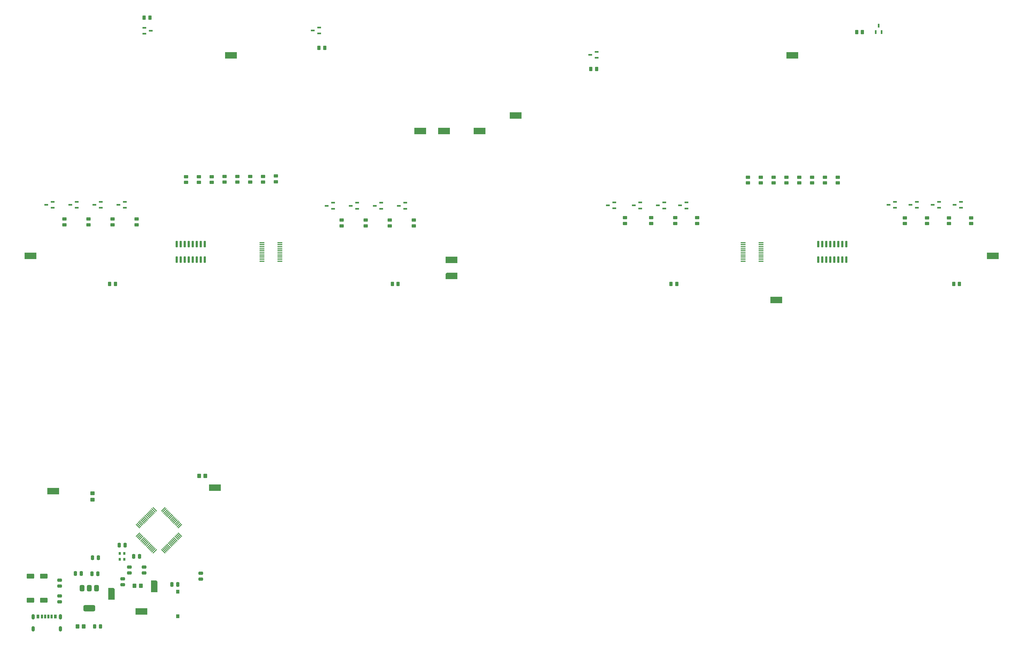
<source format=gbr>
%TF.GenerationSoftware,KiCad,Pcbnew,8.0.8-8.0.8-0~ubuntu24.04.1*%
%TF.CreationDate,2025-08-07T23:42:04-04:00*%
%TF.ProjectId,stencil,7374656e-6369-46c2-9e6b-696361645f70,rev?*%
%TF.SameCoordinates,Original*%
%TF.FileFunction,Paste,Top*%
%TF.FilePolarity,Positive*%
%FSLAX46Y46*%
G04 Gerber Fmt 4.6, Leading zero omitted, Abs format (unit mm)*
G04 Created by KiCad (PCBNEW 8.0.8-8.0.8-0~ubuntu24.04.1) date 2025-08-07 23:42:04*
%MOMM*%
%LPD*%
G01*
G04 APERTURE LIST*
G04 Aperture macros list*
%AMRoundRect*
0 Rectangle with rounded corners*
0 $1 Rounding radius*
0 $2 $3 $4 $5 $6 $7 $8 $9 X,Y pos of 4 corners*
0 Add a 4 corners polygon primitive as box body*
4,1,4,$2,$3,$4,$5,$6,$7,$8,$9,$2,$3,0*
0 Add four circle primitives for the rounded corners*
1,1,$1+$1,$2,$3*
1,1,$1+$1,$4,$5*
1,1,$1+$1,$6,$7*
1,1,$1+$1,$8,$9*
0 Add four rect primitives between the rounded corners*
20,1,$1+$1,$2,$3,$4,$5,0*
20,1,$1+$1,$4,$5,$6,$7,0*
20,1,$1+$1,$6,$7,$8,$9,0*
20,1,$1+$1,$8,$9,$2,$3,0*%
%AMRotRect*
0 Rectangle, with rotation*
0 The origin of the aperture is its center*
0 $1 length*
0 $2 width*
0 $3 Rotation angle, in degrees counterclockwise*
0 Add horizontal line*
21,1,$1,$2,0,0,$3*%
%AMOutline5P*
0 Free polygon, 5 corners , with rotation*
0 The origin of the aperture is its center*
0 number of corners: always 5*
0 $1 to $10 corner X, Y*
0 $11 Rotation angle, in degrees counterclockwise*
0 create outline with 5 corners*
4,1,5,$1,$2,$3,$4,$5,$6,$7,$8,$9,$10,$1,$2,$11*%
%AMOutline6P*
0 Free polygon, 6 corners , with rotation*
0 The origin of the aperture is its center*
0 number of corners: always 6*
0 $1 to $12 corner X, Y*
0 $13 Rotation angle, in degrees counterclockwise*
0 create outline with 6 corners*
4,1,6,$1,$2,$3,$4,$5,$6,$7,$8,$9,$10,$11,$12,$1,$2,$13*%
%AMOutline7P*
0 Free polygon, 7 corners , with rotation*
0 The origin of the aperture is its center*
0 number of corners: always 7*
0 $1 to $14 corner X, Y*
0 $15 Rotation angle, in degrees counterclockwise*
0 create outline with 7 corners*
4,1,7,$1,$2,$3,$4,$5,$6,$7,$8,$9,$10,$11,$12,$13,$14,$1,$2,$15*%
%AMOutline8P*
0 Free polygon, 8 corners , with rotation*
0 The origin of the aperture is its center*
0 number of corners: always 8*
0 $1 to $16 corner X, Y*
0 $17 Rotation angle, in degrees counterclockwise*
0 create outline with 8 corners*
4,1,8,$1,$2,$3,$4,$5,$6,$7,$8,$9,$10,$11,$12,$13,$14,$15,$16,$1,$2,$17*%
G04 Aperture macros list end*
%ADD10RoundRect,0.250000X0.250000X0.475000X-0.250000X0.475000X-0.250000X-0.475000X0.250000X-0.475000X0*%
%ADD11O,1.092200X1.701800*%
%ADD12R,0.711200X1.193800*%
%ADD13R,0.762000X1.193800*%
%ADD14R,0.812800X1.193800*%
%ADD15RoundRect,0.250000X0.475000X-0.250000X0.475000X0.250000X-0.475000X0.250000X-0.475000X-0.250000X0*%
%ADD16Outline5P,-1.900000X0.600000X-1.500000X1.000000X1.900000X1.000000X1.900000X-1.000000X-1.900000X-1.000000X270.000000*%
%ADD17R,0.800000X0.900000*%
%ADD18R,3.800000X2.000000*%
%ADD19RoundRect,0.243750X-0.243750X-0.456250X0.243750X-0.456250X0.243750X0.456250X-0.243750X0.456250X0*%
%ADD20RoundRect,0.375000X-0.375000X0.625000X-0.375000X-0.625000X0.375000X-0.625000X0.375000X0.625000X0*%
%ADD21RoundRect,0.500000X-1.400000X0.500000X-1.400000X-0.500000X1.400000X-0.500000X1.400000X0.500000X0*%
%ADD22RoundRect,0.193750X0.971250X0.581250X-0.971250X0.581250X-0.971250X-0.581250X0.971250X-0.581250X0*%
%ADD23RotRect,0.279400X1.778000X135.000000*%
%ADD24RotRect,0.279400X1.778000X45.000000*%
%ADD25RoundRect,0.250000X-0.450000X0.350000X-0.450000X-0.350000X0.450000X-0.350000X0.450000X0.350000X0*%
%ADD26RoundRect,0.250000X-0.250000X-0.475000X0.250000X-0.475000X0.250000X0.475000X-0.250000X0.475000X0*%
%ADD27RoundRect,0.250000X-0.475000X0.250000X-0.475000X-0.250000X0.475000X-0.250000X0.475000X0.250000X0*%
%ADD28R,1.000000X1.250000*%
%ADD29RoundRect,0.250000X-0.350000X-0.450000X0.350000X-0.450000X0.350000X0.450000X-0.350000X0.450000X0*%
%ADD30RoundRect,0.250000X0.350000X0.450000X-0.350000X0.450000X-0.350000X-0.450000X0.350000X-0.450000X0*%
%ADD31RoundRect,0.250000X-0.450000X0.262500X-0.450000X-0.262500X0.450000X-0.262500X0.450000X0.262500X0*%
%ADD32R,1.168400X0.533400*%
%ADD33RoundRect,0.250000X0.450000X-0.262500X0.450000X0.262500X-0.450000X0.262500X-0.450000X-0.262500X0*%
%ADD34RoundRect,0.250000X-0.262500X-0.450000X0.262500X-0.450000X0.262500X0.450000X-0.262500X0.450000X0*%
%ADD35Outline5P,-1.900000X0.600000X-1.500000X1.000000X1.900000X1.000000X1.900000X-1.000000X-1.900000X-1.000000X0.000000*%
%ADD36RoundRect,0.075000X0.225000X-0.910000X0.225000X0.910000X-0.225000X0.910000X-0.225000X-0.910000X0*%
%ADD37RoundRect,0.051250X-0.733750X-0.153750X0.733750X-0.153750X0.733750X0.153750X-0.733750X0.153750X0*%
%ADD38RoundRect,0.051250X0.733750X0.153750X-0.733750X0.153750X-0.733750X-0.153750X0.733750X-0.153750X0*%
%ADD39R,0.533400X1.168400*%
%ADD40RoundRect,0.250000X0.262500X0.450000X-0.262500X0.450000X-0.262500X-0.450000X0.262500X-0.450000X0*%
G04 APERTURE END LIST*
D10*
%TO.C,C3*%
X66299997Y-219800000D03*
X64399999Y-219800000D03*
%TD*%
D11*
%TO.C,J8*%
X51013000Y-233524600D03*
X59653000Y-233524600D03*
X51013000Y-237324599D03*
X59653000Y-237324599D03*
D12*
X54833001Y-233444599D03*
D13*
X56853000Y-233444599D03*
D14*
X58083000Y-233444599D03*
D12*
X55832999Y-233444599D03*
D13*
X53813000Y-233444599D03*
D14*
X52583000Y-233444599D03*
%TD*%
D15*
%TO.C,C10*%
X86150000Y-219599999D03*
X86150000Y-217700001D03*
%TD*%
%TO.C,C9*%
X81495000Y-219599998D03*
X81495000Y-217700000D03*
%TD*%
D10*
%TO.C,C14*%
X80149999Y-210800000D03*
X78250001Y-210800000D03*
%TD*%
D16*
%TO.C,TP2*%
X75800000Y-226200000D03*
%TD*%
D17*
%TO.C,Y1*%
X78450001Y-213431000D03*
X78450001Y-215281000D03*
X79900001Y-215281000D03*
X79900001Y-213431000D03*
%TD*%
D18*
%TO.C,TP7*%
X57365000Y-193680000D03*
%TD*%
D16*
%TO.C,TP1*%
X89400000Y-223800000D03*
%TD*%
D10*
%TO.C,C4*%
X71522999Y-219842000D03*
X69623001Y-219842000D03*
%TD*%
D19*
%TO.C,D2*%
X70475559Y-236499424D03*
X72350561Y-236499424D03*
%TD*%
D20*
%TO.C,U2*%
X71100000Y-224450000D03*
X68800000Y-224450001D03*
D21*
X68800000Y-230749999D03*
D20*
X66500000Y-224450000D03*
%TD*%
D18*
%TO.C,TP5*%
X85305000Y-231780000D03*
%TD*%
D22*
%TO.C,D3*%
X54420000Y-228224000D03*
X50150000Y-228224000D03*
%TD*%
%TO.C,D1*%
X54420000Y-220604000D03*
X50150000Y-220604000D03*
%TD*%
D23*
%TO.C,U3*%
X84207761Y-207479812D03*
X84561314Y-207833364D03*
X84914868Y-208186919D03*
X85268421Y-208540471D03*
X85621976Y-208894026D03*
X85975528Y-209247579D03*
X86329081Y-209601131D03*
X86682635Y-209954686D03*
X87036188Y-210308239D03*
X87389743Y-210661793D03*
X87743295Y-211015346D03*
X88096848Y-211368898D03*
X88450403Y-211722453D03*
X88803955Y-212076006D03*
X89157510Y-212429560D03*
X89511062Y-212783113D03*
D24*
X92218150Y-212783113D03*
X92571702Y-212429560D03*
X92925257Y-212076006D03*
X93278809Y-211722453D03*
X93632364Y-211368898D03*
X93985917Y-211015346D03*
X94339469Y-210661793D03*
X94693024Y-210308239D03*
X95046577Y-209954686D03*
X95400131Y-209601131D03*
X95753684Y-209247579D03*
X96107236Y-208894026D03*
X96460791Y-208540471D03*
X96814344Y-208186919D03*
X97167898Y-207833364D03*
X97521451Y-207479812D03*
D23*
X97521451Y-204772724D03*
X97167898Y-204419172D03*
X96814344Y-204065617D03*
X96460791Y-203712065D03*
X96107236Y-203358510D03*
X95753684Y-203004957D03*
X95400131Y-202651405D03*
X95046577Y-202297850D03*
X94693024Y-201944297D03*
X94339469Y-201590743D03*
X93985917Y-201237190D03*
X93632364Y-200883638D03*
X93278809Y-200530083D03*
X92925257Y-200176530D03*
X92571702Y-199822976D03*
X92218150Y-199469423D03*
D24*
X89511062Y-199469423D03*
X89157510Y-199822976D03*
X88803955Y-200176530D03*
X88450403Y-200530083D03*
X88096848Y-200883638D03*
X87743295Y-201237190D03*
X87389743Y-201590743D03*
X87036188Y-201944297D03*
X86682635Y-202297850D03*
X86329081Y-202651405D03*
X85975528Y-203004957D03*
X85621976Y-203358510D03*
X85268421Y-203712065D03*
X84914868Y-204065617D03*
X84561314Y-204419172D03*
X84207761Y-204772724D03*
%TD*%
D25*
%TO.C,R8*%
X69800000Y-194400000D03*
X69800000Y-196400000D03*
%TD*%
D26*
%TO.C,C15*%
X82822001Y-214356000D03*
X84721999Y-214356000D03*
%TD*%
D15*
%TO.C,C11*%
X79400000Y-223349999D03*
X79400000Y-221450001D03*
%TD*%
D27*
%TO.C,C1*%
X59409440Y-221850001D03*
X59409440Y-223749999D03*
%TD*%
D18*
%TO.C,TP3*%
X108600000Y-192600000D03*
%TD*%
D28*
%TO.C,SW1*%
X96862000Y-225557000D03*
X96862000Y-233307000D03*
%TD*%
D10*
%TO.C,C12*%
X96853006Y-223228079D03*
X94953008Y-223228079D03*
%TD*%
D29*
%TO.C,R1*%
X65063060Y-236499424D03*
X67063060Y-236499424D03*
%TD*%
D15*
%TO.C,C13*%
X104101000Y-221553999D03*
X104101000Y-219654001D03*
%TD*%
D27*
%TO.C,C2*%
X59409440Y-226850001D03*
X59409440Y-228749999D03*
%TD*%
D26*
%TO.C,C5*%
X69800000Y-214762000D03*
X71699998Y-214762000D03*
%TD*%
D30*
%TO.C,FB1*%
X85150000Y-223650000D03*
X83150000Y-223650000D03*
%TD*%
D29*
%TO.C,R13*%
X103582300Y-188904799D03*
X105582300Y-188904799D03*
%TD*%
D31*
%TO.C,R2*%
X60934600Y-107539099D03*
X60934600Y-109364099D03*
%TD*%
D32*
%TO.C,M8*%
X161290000Y-104265802D03*
X161290000Y-102365800D03*
X159258000Y-103315801D03*
%TD*%
D33*
%TO.C,R26*%
X289639307Y-96092000D03*
X289639307Y-94267000D03*
%TD*%
D18*
%TO.C,GND2*%
X50139600Y-119206000D03*
%TD*%
D34*
%TO.C,R33*%
X86186689Y-43711818D03*
X88011689Y-43711818D03*
%TD*%
D33*
%TO.C,R23*%
X103479601Y-95941500D03*
X103479601Y-94116500D03*
%TD*%
D35*
%TO.C,3V4*%
X183489600Y-125556000D03*
%TD*%
D31*
%TO.C,R14*%
X327126600Y-107141000D03*
X327126600Y-108966000D03*
%TD*%
D32*
%TO.C,M15*%
X344906600Y-103961002D03*
X344906600Y-102061000D03*
X342874600Y-103011001D03*
%TD*%
D31*
%TO.C,R3*%
X83794600Y-107539099D03*
X83794600Y-109364099D03*
%TD*%
D33*
%TO.C,R32*%
X301831307Y-96092000D03*
X301831307Y-94267000D03*
%TD*%
D34*
%TO.C,R42*%
X164797100Y-128096000D03*
X166622100Y-128096000D03*
%TD*%
D32*
%TO.C,M17*%
X86207600Y-46947998D03*
X86207600Y-48848000D03*
X88239600Y-47897999D03*
%TD*%
D33*
%TO.C,R18*%
X111607600Y-95838000D03*
X111607600Y-94013000D03*
%TD*%
D31*
%TO.C,R11*%
X261340600Y-107094000D03*
X261340600Y-108919000D03*
%TD*%
D32*
%TO.C,M5*%
X153670000Y-104265802D03*
X153670000Y-102365800D03*
X151638000Y-103315801D03*
%TD*%
D36*
%TO.C,U5*%
X299694600Y-120411000D03*
X300964600Y-120411000D03*
X302234600Y-120411000D03*
X303504600Y-120411000D03*
X304774600Y-120411000D03*
X306044600Y-120411000D03*
X307314600Y-120411000D03*
X308584600Y-120411000D03*
X308584600Y-115461000D03*
X307314600Y-115461000D03*
X306044600Y-115461000D03*
X304774600Y-115461000D03*
X303504600Y-115461000D03*
X302234600Y-115461000D03*
X300964600Y-115461000D03*
X299694600Y-115461000D03*
%TD*%
D32*
%TO.C,M19*%
X229463600Y-56468000D03*
X229463600Y-54567998D03*
X227431600Y-55517999D03*
%TD*%
D37*
%TO.C,U3*%
X275869600Y-115011000D03*
X275869600Y-115661000D03*
X275869600Y-116311000D03*
X275869600Y-116961000D03*
X275869600Y-117611000D03*
X275869600Y-118261000D03*
X275869600Y-118911000D03*
X275869600Y-119561000D03*
X275869600Y-120211000D03*
X275869600Y-120861000D03*
X281609600Y-120861000D03*
X281609600Y-120211000D03*
X281609600Y-119561000D03*
X281609600Y-118911000D03*
X281609600Y-118261000D03*
X281609600Y-117611000D03*
X281609600Y-116961000D03*
X281609600Y-116311000D03*
X281609600Y-115661000D03*
X281609600Y-115011000D03*
%TD*%
D18*
%TO.C,PA11*%
X173607901Y-79627644D03*
%TD*%
D33*
%TO.C,R28*%
X277447307Y-96092000D03*
X277447307Y-94267000D03*
%TD*%
D38*
%TO.C,U2*%
X129209600Y-120861000D03*
X129209600Y-120211000D03*
X129209600Y-119561000D03*
X129209600Y-118911000D03*
X129209600Y-118261000D03*
X129209600Y-117611000D03*
X129209600Y-116961000D03*
X129209600Y-116311000D03*
X129209600Y-115661000D03*
X129209600Y-115011000D03*
X123469600Y-115011000D03*
X123469600Y-115661000D03*
X123469600Y-116311000D03*
X123469600Y-116961000D03*
X123469600Y-117611000D03*
X123469600Y-118261000D03*
X123469600Y-118911000D03*
X123469600Y-119561000D03*
X123469600Y-120211000D03*
X123469600Y-120861000D03*
%TD*%
D32*
%TO.C,M4*%
X72466200Y-103966000D03*
X72466200Y-102065998D03*
X70434200Y-103015999D03*
%TD*%
%TO.C,M16*%
X337921600Y-103961002D03*
X337921600Y-102061000D03*
X335889600Y-103011001D03*
%TD*%
D33*
%TO.C,R24*%
X123799600Y-95838000D03*
X123799600Y-94013000D03*
%TD*%
%TO.C,R17*%
X119735600Y-95838000D03*
X119735600Y-94013000D03*
%TD*%
%TO.C,R22*%
X127863599Y-95734500D03*
X127863599Y-93909500D03*
%TD*%
%TO.C,R19*%
X115671600Y-95838000D03*
X115671600Y-94013000D03*
%TD*%
D18*
%TO.C,GND5*%
X286359600Y-133176000D03*
%TD*%
D31*
%TO.C,R10*%
X238480600Y-107094000D03*
X238480600Y-108919000D03*
%TD*%
D34*
%TO.C,R41*%
X75262100Y-128096000D03*
X77087100Y-128096000D03*
%TD*%
D33*
%TO.C,R27*%
X293703307Y-96092000D03*
X293703307Y-94267000D03*
%TD*%
D32*
%TO.C,M9*%
X243306600Y-104168002D03*
X243306600Y-102268000D03*
X241274600Y-103218001D03*
%TD*%
%TO.C,M6*%
X146050000Y-104265802D03*
X146050000Y-102365800D03*
X144018000Y-103315801D03*
%TD*%
D18*
%TO.C,GND8*%
X183489600Y-120476000D03*
%TD*%
D32*
%TO.C,M14*%
X323951600Y-103961002D03*
X323951600Y-102061000D03*
X321919600Y-103011001D03*
%TD*%
D18*
%TO.C,GND6*%
X291439600Y-55706000D03*
%TD*%
D34*
%TO.C,R44*%
X342597100Y-128096000D03*
X344422100Y-128096000D03*
%TD*%
D33*
%TO.C,R30*%
X305895307Y-96092000D03*
X305895307Y-94267000D03*
%TD*%
D18*
%TO.C,GND7*%
X113639600Y-55706000D03*
%TD*%
D33*
%TO.C,R29*%
X285575307Y-96092000D03*
X285575307Y-94267000D03*
%TD*%
D32*
%TO.C,M10*%
X235051600Y-104154001D03*
X235051600Y-102253999D03*
X233019600Y-103204000D03*
%TD*%
D34*
%TO.C,R43*%
X253062100Y-128096000D03*
X254887100Y-128096000D03*
%TD*%
D18*
%TO.C,PA14*%
X203809600Y-74756000D03*
%TD*%
D31*
%TO.C,R13*%
X334111600Y-107141000D03*
X334111600Y-108966000D03*
%TD*%
D32*
%TO.C,M18*%
X141579600Y-48782001D03*
X141579600Y-46881999D03*
X139547600Y-47832000D03*
%TD*%
%TO.C,M2*%
X57226200Y-103966000D03*
X57226200Y-102065998D03*
X55194200Y-103015999D03*
%TD*%
%TO.C,M12*%
X250926600Y-104168002D03*
X250926600Y-102268000D03*
X248894600Y-103218001D03*
%TD*%
%TO.C,M7*%
X168910000Y-104265802D03*
X168910000Y-102365800D03*
X166878000Y-103315801D03*
%TD*%
D31*
%TO.C,R1*%
X68554600Y-107539099D03*
X68554600Y-109364099D03*
%TD*%
D39*
%TO.C,M20*%
X317855600Y-48340000D03*
X319755602Y-48340000D03*
X318805601Y-46308000D03*
%TD*%
D33*
%TO.C,R31*%
X281511307Y-96092000D03*
X281511307Y-94267000D03*
%TD*%
%TO.C,R20*%
X99415601Y-95941500D03*
X99415601Y-94116500D03*
%TD*%
D31*
%TO.C,R5*%
X156311600Y-107856000D03*
X156311600Y-109681000D03*
%TD*%
%TO.C,R6*%
X148691600Y-107856000D03*
X148691600Y-109681000D03*
%TD*%
D33*
%TO.C,R21*%
X107543601Y-95941500D03*
X107543601Y-94116500D03*
%TD*%
D31*
%TO.C,R15*%
X348081600Y-107141000D03*
X348081600Y-108966000D03*
%TD*%
D32*
%TO.C,M13*%
X330936600Y-103961002D03*
X330936600Y-102061000D03*
X328904600Y-103011001D03*
%TD*%
D31*
%TO.C,R16*%
X341096600Y-107141000D03*
X341096600Y-108966000D03*
%TD*%
D34*
%TO.C,R34*%
X141567294Y-53296779D03*
X143392294Y-53296779D03*
%TD*%
D31*
%TO.C,R12*%
X254355600Y-107094000D03*
X254355600Y-108919000D03*
%TD*%
D18*
%TO.C,PA12*%
X181169451Y-79622658D03*
%TD*%
D31*
%TO.C,R7*%
X171551600Y-107856000D03*
X171551600Y-109681000D03*
%TD*%
D32*
%TO.C,M3*%
X80086200Y-103966000D03*
X80086200Y-102065998D03*
X78054200Y-103015999D03*
%TD*%
D40*
%TO.C,R36*%
X313688100Y-48340000D03*
X311863100Y-48340000D03*
%TD*%
D31*
%TO.C,R8*%
X163931600Y-107856000D03*
X163931600Y-109681000D03*
%TD*%
D18*
%TO.C,PA13*%
X192379600Y-79622658D03*
%TD*%
D40*
%TO.C,R35*%
X229463600Y-60024000D03*
X227638600Y-60024000D03*
%TD*%
D32*
%TO.C,M11*%
X257911600Y-104168002D03*
X257911600Y-102268000D03*
X255879600Y-103218001D03*
%TD*%
D36*
%TO.C,U4*%
X96494600Y-120411000D03*
X97764600Y-120411000D03*
X99034600Y-120411000D03*
X100304600Y-120411000D03*
X101574600Y-120411000D03*
X102844600Y-120411000D03*
X104114600Y-120411000D03*
X105384600Y-120411000D03*
X105384600Y-115461000D03*
X104114600Y-115461000D03*
X102844600Y-115461000D03*
X101574600Y-115461000D03*
X100304600Y-115461000D03*
X99034600Y-115461000D03*
X97764600Y-115461000D03*
X96494600Y-115461000D03*
%TD*%
D18*
%TO.C,GND1*%
X354939600Y-119206000D03*
%TD*%
D32*
%TO.C,M1*%
X64846200Y-103966000D03*
X64846200Y-102065998D03*
X62814200Y-103015999D03*
%TD*%
D33*
%TO.C,R25*%
X297767307Y-96092000D03*
X297767307Y-94267000D03*
%TD*%
D31*
%TO.C,R4*%
X76174600Y-107539099D03*
X76174600Y-109364099D03*
%TD*%
%TO.C,R9*%
X246735600Y-107094000D03*
X246735600Y-108919000D03*
%TD*%
M02*

</source>
